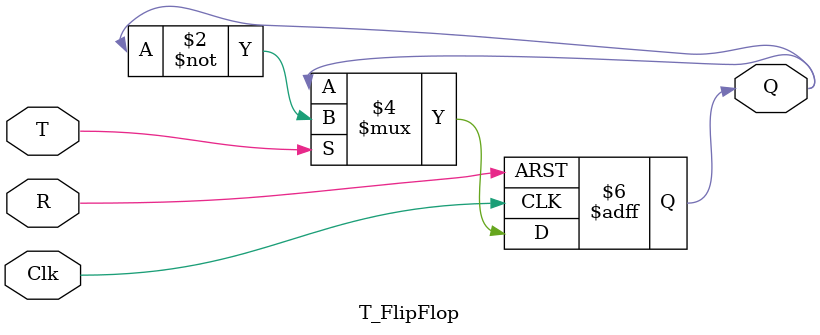
<source format=v>
`timescale 1ns / 1ps

module T_FlipFlop(Clk, R, T, Q);

// input and output decleration
input Clk, R, T;
output reg Q;

// logic
always @(posedge Clk, posedge R)
begin
    if (R)
        Q<=0;
    else
        if (T)
            Q<= ~Q;
        else
            Q<= Q;
end

endmodule


//module TB();

//// reg and wire decleration
//reg Clk, R, T;
//wire Q;

//// clk initial condition
//initial
//Clk =0;

//// Clk generation
//always
//#5 Clk = ~Clk;

//// logic
//initial
//begin
//    R=1;
//    @ (negedge Clk) R=0;
//    @ (negedge Clk) T=0;
//    @ (negedge Clk) T=1;
//    @ (negedge Clk) T=1;
//    @ (negedge Clk) T=0;
//    $finish;
//end

////module instantiation
//T_FlipFlop TFF1(Clk, R, T, Q);

//endmodule
</source>
